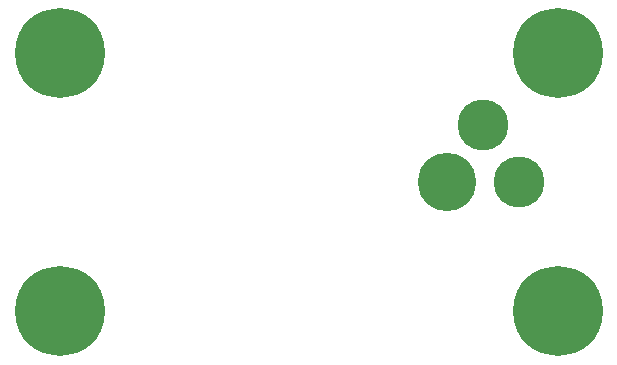
<source format=gbr>
G04 start of page 7 for group -4062 idx -4062 *
G04 Title: (unknown), soldermask *
G04 Creator: pcb 20140316 *
G04 CreationDate: Thu 20 Aug 2020 03:00:16 AM GMT UTC *
G04 For: railfan *
G04 Format: Gerber/RS-274X *
G04 PCB-Dimensions (mil): 2000.00 1200.00 *
G04 PCB-Coordinate-Origin: lower left *
%MOIN*%
%FSLAX25Y25*%
%LNBOTTOMMASK*%
%ADD57C,0.1700*%
%ADD56C,0.1950*%
%ADD55C,0.2997*%
G54D55*X183000Y17000D03*
Y103000D03*
G54D56*X146000Y60000D03*
G54D57*X170000D03*
X158000Y79000D03*
G54D55*X17000Y103000D03*
Y17000D03*
M02*

</source>
